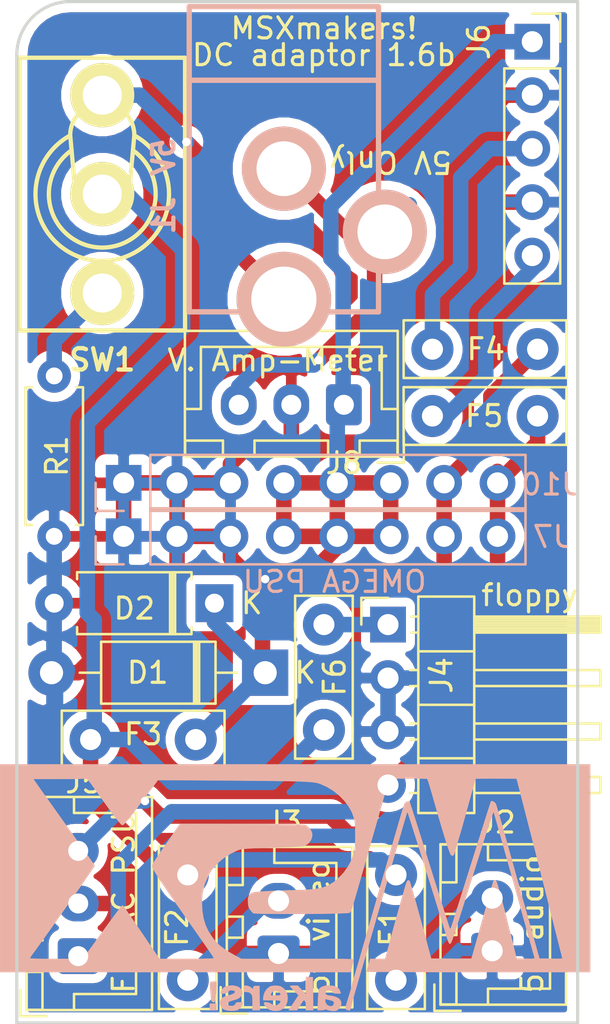
<source format=kicad_pcb>
(kicad_pcb (version 20211014) (generator pcbnew)
  (layers (0 "F.Cu" signal) (31 "B.Cu" signal) (34 "B.Paste" user) (35 "F.Paste" user) (36 "B.SilkS" user "B.Silkscreen") (37 "F.SilkS" user "F.Silkscreen") (38 "B.Mask" user) (39 "F.Mask" user) (44 "Edge.Cuts" user))
  (net 0 "")
  (net 1 "VCC")
  (net 2 "GND")
  (net 3 "Net-(F1-Pad2)")
  (net 4 "Net-(F1-Pad1)")
  (net 5 "Net-(F2-Pad1)")
  (net 6 "Net-(J1-Pad1)")
  (net 7 "VDD")
  (net 8 "VSS")
  (net 9 "Net-(R1-Pad1)")
  (net 10 "Net-(F4-Pad2)")
  (net 11 "Net-(F5-Pad2)")
  (net 12 "Net-(F6-Pad1)")
  (net 13 "Net-(J1-Pad2)")
  (footprint "Resistor_THT:R_Axial_DIN0207_L6.3mm_D2.5mm_P7.62mm_Horizontal" (layer "F.Cu") (at 134.239 89.027 -90)
    (fp_text reference "R1" (at 3.81 -0.127 90) (layer "F.SilkS"))
    (fp_text value "150")
    (pad "1" thru_hole circle locked (at 0 0 270) (size 1.6 1.6) (drill 0.8) (layers *.Cu *.Mask) (net 9 "Net-(R1-Pad1)"))
    (pad "2" thru_hole oval locked (at 7.62 0 270) (size 1.6 1.6) (drill 0.8) (layers *.Cu *.Mask) (net 2 "GND"))
  )
  (footprint "Connector_PinSocket_2.54mm:PinSocket_1x05_P2.54mm_Vertical" (layer "F.Cu") (at 156.972 73.152)
    (fp_text reference "J6" (at -2.54 0 90) (layer "F.SilkS"))
    (fp_text value "POWER")
    (pad "1" thru_hole rect locked (at 0 0) (size 1.7 1.7) (drill 1) (layers *.Cu *.Mask) (net 1 "VCC"))
    (pad "2" thru_hole oval locked (at 0 2.54) (size 1.7 1.7) (drill 1) (layers *.Cu *.Mask) (net 2 "GND"))
    (pad "3" thru_hole oval locked (at 0 5.08) (size 1.7 1.7) (drill 1) (layers *.Cu *.Mask) (net 10 "Net-(F4-Pad2)"))
    (pad "4" thru_hole oval locked (at 0 7.62) (size 1.7 1.7) (drill 1) (layers *.Cu *.Mask) (net 2 "GND"))
    (pad "5" thru_hole oval locked (at 0 10.16) (size 1.7 1.7) (drill 1) (layers *.Cu *.Mask) (net 11 "Net-(F5-Pad2)"))
  )
  (footprint "Capacitor_THT:C_Disc_D7.5mm_W2.5mm_P5.00mm" (layer "F.Cu") (at 157.226 90.932 180)
    (fp_text reference "F5" (at 2.54 0) (layer "F.SilkS"))
    (fp_text value "100mA")
    (pad "1" thru_hole circle locked (at 0 0 180) (size 2 2) (drill 1) (layers *.Cu *.Mask) (net 8 "VSS"))
    (pad "2" thru_hole circle locked (at 5 0 180) (size 2 2) (drill 1) (layers *.Cu *.Mask) (net 11 "Net-(F5-Pad2)"))
  )
  (footprint "Capacitor_THT:C_Disc_D7.5mm_W2.5mm_P5.00mm" (layer "F.Cu") (at 157.226 87.757 180)
    (fp_text reference "F4" (at 2.46 0) (layer "F.SilkS"))
    (fp_text value "100mA")
    (pad "1" thru_hole circle locked (at 0 0 180) (size 2 2) (drill 1) (layers *.Cu *.Mask) (net 7 "VDD"))
    (pad "2" thru_hole circle locked (at 5 0 180) (size 2 2) (drill 1) (layers *.Cu *.Mask) (net 10 "Net-(F4-Pad2)"))
  )
  (footprint "MSXMakers:SWITCH_SPDT" (layer "F.Cu") (at 136.525 80.391 180)
    (fp_text reference "SW1" (at 0 -7.874) (layer "F.SilkS") (effects (font (size 1.016 1.016) (thickness 0.2032))))
    (fp_text value "POWER SWITCH" hide)
    (pad "1" thru_hole circle locked (at 0 4.699 180) (size 3.048 3.048) (drill 1.8542) (layers *.Cu *.Mask "F.SilkS") (net 6 "Net-(J1-Pad1)"))
    (pad "2" thru_hole circle locked (at 0 0 180) (size 3.048 3.048) (drill 1.8542) (layers *.Cu *.Mask "F.SilkS") (net 3 "Net-(F1-Pad2)"))
    (pad "3" thru_hole circle locked (at 0 -4.699 180) (size 3.048 3.048) (drill 1.8542) (layers *.Cu *.Mask "F.SilkS") (net 9 "Net-(R1-Pad1)"))
  )
  (footprint "Capacitor_THT:C_Disc_D7.5mm_W2.5mm_P5.00mm" (layer "F.Cu") (at 140.589 117.729 90)
    (fp_text reference "F2" (at 2.5 -0.508 90) (layer "F.SilkS"))
    (fp_text value "1,5A")
    (pad "1" thru_hole circle locked (at 0 0 90) (size 2 2) (drill 1) (layers *.Cu *.Mask) (net 5 "Net-(F2-Pad1)"))
    (pad "2" thru_hole circle locked (at 5 0 90) (size 2 2) (drill 1) (layers *.Cu *.Mask) (net 3 "Net-(F1-Pad2)"))
  )
  (footprint "Connector_JST:JST_XH_B3B-XH-A_1x03_P2.50mm_Vertical" (layer "F.Cu") (at 135.382 116.586 90)
    (fp_text reference "J5" (at 8.255 0.254 180) (layer "F.SilkS"))
    (fp_text value "FMPAC PSU" (at 2.54 2.159 90) (layer "F.SilkS"))
    (pad "1" thru_hole roundrect locked (at 0 0 90) (size 1.7 1.95) (drill 0.95) (layers *.Cu *.Mask) (roundrect_rratio 0.1470588235) (net 7 "VDD"))
    (pad "2" thru_hole oval locked (at 2.5 0 90) (size 1.7 1.95) (drill 0.95) (layers *.Cu *.Mask) (net 2 "GND"))
    (pad "3" thru_hole oval locked (at 5 0 90) (size 1.7 1.95) (drill 0.95) (layers *.Cu *.Mask) (net 8 "VSS"))
  )
  (footprint "Connector_JST:JST_XH_B2B-XH-A_1x02_P2.50mm_Vertical" (layer "F.Cu") (at 144.907 116.459 90)
    (fp_text reference "J3" (at 6.223 0.254 180) (layer "F.SilkS"))
    (fp_text value "5v video" (at 1.25 1.905 90) (layer "F.SilkS"))
    (pad "1" thru_hole roundrect locked (at 0 0 90) (size 1.7 2) (drill 1) (layers *.Cu *.Mask) (roundrect_rratio 0.1470588235) (net 2 "GND"))
    (pad "2" thru_hole oval locked (at 2.5 0 90) (size 1.7 2) (drill 1) (layers *.Cu *.Mask) (net 5 "Net-(F2-Pad1)"))
  )
  (footprint "Capacitor_THT:C_Disc_D7.5mm_W2.5mm_P5.00mm" (layer "F.Cu") (at 150.495 117.729 90)
    (fp_text reference "F1" (at 2.5 -0.254 90) (layer "F.SilkS"))
    (fp_text value "1,5A")
    (pad "1" thru_hole circle locked (at 0 0 90) (size 2 2) (drill 1) (layers *.Cu *.Mask) (net 4 "Net-(F1-Pad1)"))
    (pad "2" thru_hole circle locked (at 5 0 90) (size 2 2) (drill 1) (layers *.Cu *.Mask) (net 3 "Net-(F1-Pad2)"))
  )
  (footprint "Connector_PinHeader_2.54mm:PinHeader_1x04_P2.54mm_Horizontal" (layer "F.Cu") (at 150.114 100.838)
    (fp_text reference "J4" (at 2.54 2.413 90) (layer "F.SilkS"))
    (fp_text value "floppy" (at 6.731 -1.397 180) (layer "F.SilkS"))
    (pad "1" thru_hole rect locked (at 0 0) (size 1.7 1.7) (drill 1) (layers *.Cu *.Mask) (net 12 "Net-(F6-Pad1)"))
    (pad "2" thru_hole oval locked (at 0 2.54) (size 1.7 1.7) (drill 1) (layers *.Cu *.Mask) (net 2 "GND"))
    (pad "3" thru_hole oval locked (at 0 5.08) (size 1.7 1.7) (drill 1) (layers *.Cu *.Mask) (net 2 "GND"))
    (pad "4" thru_hole oval locked (at 0 7.62) (size 1.7 1.7) (drill 1) (layers *.Cu *.Mask) (net 7 "VDD"))
  )
  (footprint "Connector_JST:JST_XH_B2B-XH-A_1x02_P2.50mm_Vertical" (layer "F.Cu") (at 155.067 116.332 90)
    (fp_text reference "J2" (at 6.096 0.254 180) (layer "F.SilkS"))
    (fp_text value "5v audio" (at 1.27 1.905 90) (layer "F.SilkS"))
    (pad "1" thru_hole roundrect locked (at 0 0 90) (size 1.7 2) (drill 1) (layers *.Cu *.Mask) (roundrect_rratio 0.1470588235) (net 2 "GND"))
    (pad "2" thru_hole oval locked (at 2.5 0 90) (size 1.7 2) (drill 1) (layers *.Cu *.Mask) (net 4 "Net-(F1-Pad1)"))
  )
  (footprint "Diode_THT:D_A-405_P7.62mm_Horizontal" (layer "F.Cu") (at 141.859 99.822 180)
    (fp_text reference "D2" (at 3.81 -0.254) (layer "F.SilkS"))
    (fp_text value "5.6V")
    (fp_text user "K" (at -1.778 0) (layer "F.SilkS"))
    (pad "1" thru_hole rect locked (at 0 0 180) (size 1.8 1.8) (drill 0.9) (layers *.Cu *.Mask) (net 1 "VCC"))
    (pad "2" thru_hole oval locked (at 7.62 0 180) (size 1.8 1.8) (drill 0.9) (layers *.Cu *.Mask) (net 2 "GND"))
  )
  (footprint "Diode_THT:D_DO-41_SOD81_P10.16mm_Horizontal" (layer "F.Cu") (at 144.272 103.124 180)
    (fp_text reference "D1" (at 5.588 0) (layer "F.SilkS"))
    (fp_text value "1N4007")
    (fp_text user "K" (at -1.905 0) (layer "F.SilkS"))
    (pad "1" thru_hole rect locked (at 0 0 180) (size 2.2 2.2) (drill 1.1) (layers *.Cu *.Mask) (net 1 "VCC"))
    (pad "2" thru_hole oval locked (at 10.16 0 180) (size 2.2 2.2) (drill 1.1) (layers *.Cu *.Mask) (net 2 "GND"))
  )
  (footprint "Connector_JST:JST_XH_B3B-XH-A_1x03_P2.50mm_Vertical" (layer "F.Cu") (at 148.0147 90.3986 180)
    (fp_text reference "J8" (at 0 -2.77) (layer "F.SilkS"))
    (fp_text value "V. Amp-Meter" (at 3.1458 2.1082) (layer "F.SilkS"))
    (pad "1" thru_hole roundrect locked (at 0 0 180) (size 1.7 1.95) (drill 0.95) (layers *.Cu *.Mask) (roundrect_rratio 0.1470588235) (net 1 "VCC"))
    (pad "2" thru_hole oval locked (at 2.5 0 180) (size 1.7 1.95) (drill 0.95) (layers *.Cu *.Mask) (net 2 "GND"))
    (pad "3" thru_hole oval locked (at 5 0 180) (size 1.7 1.95) (drill 0.95) (layers *.Cu *.Mask) (net 13 "Net-(J1-Pad2)"))
  )
  (footprint "Capacitor_THT:C_Disc_D7.5mm_W2.5mm_P5.00mm" (layer "F.Cu") (at 140.97 106.299 180)
    (fp_text reference "F3" (at 2.5 0.254) (layer "F.SilkS"))
    (fp_text value "1,5A")
    (pad "1" thru_hole circle locked (at 0 0 180) (size 2 2) (drill 1) (layers *.Cu *.Mask) (net 1 "VCC"))
    (pad "2" thru_hole circle locked (at 5 0 180) (size 2 2) (drill 1) (layers *.Cu *.Mask) (net 3 "Net-(F1-Pad2)"))
  )
  (footprint "Capacitor_THT:C_Disc_D7.5mm_W2.5mm_P5.00mm" (layer "F.Cu") (at 147.066 100.838 -90)
    (fp_text reference "F6" (at 2.5 -0.508 90) (layer "F.SilkS"))
    (fp_text value "1,5A")
    (pad "1" thru_hole circle locked (at 0 0 270) (size 2 2) (drill 1) (layers *.Cu *.Mask) (net 12 "Net-(F6-Pad1)"))
    (pad "2" thru_hole circle locked (at 5 0 270) (size 2 2) (drill 1) (layers *.Cu *.Mask) (net 3 "Net-(F1-Pad2)"))
  )
  (footprint "Connector_PinSocket_2.54mm:PinSocket_1x08_P2.54mm_Vertical" (layer "B.Cu") (at 137.541 96.647 -90)
    (fp_text reference "J7" (at 0.0254 -20.32) (layer "B.SilkS") (effects (justify mirror)))
    (fp_text value "OMEGA POWER SUPPLY")
    (pad "1" thru_hole rect locked (at 0 0 270) (size 1.7 1.7) (drill 1) (layers *.Cu *.Mask) (net 2 "GND"))
    (pad "2" thru_hole oval locked (at 0 -2.54 270) (size 1.7 1.7) (drill 1) (layers *.Cu *.Mask) (net 2 "GND"))
    (pad "3" thru_hole oval locked (at 0 -5.08 270) (size 1.7 1.7) (drill 1) (layers *.Cu *.Mask) (net 2 "GND"))
    (pad "4" thru_hole oval locked (at 0 -7.62 270) (size 1.7 1.7) (drill 1) (layers *.Cu *.Mask) (net 1 "VCC"))
    (pad "5" thru_hole oval locked (at 0 -10.16 270) (size 1.7 1.7) (drill 1) (layers *.Cu *.Mask) (net 1 "VCC"))
    (pad "6" thru_hole oval locked (at 0 -12.7 270) (size 1.7 1.7) (drill 1) (layers *.Cu *.Mask) (net 1 "VCC"))
    (pad "7" thru_hole oval locked (at 0 -15.24 270) (size 1.7 1.7) (drill 1) (layers *.Cu *.Mask) (net 7 "VDD"))
    (pad "8" thru_hole oval locked (at 0 -17.78 270) (size 1.7 1.7) (drill 1) (layers *.Cu *.Mask) (net 8 "VSS"))
  )
  (footprint "Connector_PinSocket_2.54mm:PinSocket_1x08_P2.54mm_Vertical" (layer "B.Cu") (at 137.541 94.107 -90)
    (fp_text reference "J10" (at 0.0762 -20.2438 180) (layer "B.SilkS") (effects (justify mirror)))
    (fp_text value "OMEGA PSU" (at 4.699 -10.033 180) (layer "B.SilkS") (effects (justify mirror)))
    (pad "1" thru_hole rect locked (at 0 0 270) (size 1.7 1.7) (drill 1) (layers *.Cu *.Mask) (net 2 "GND"))
    (pad "2" thru_hole oval locked (at 0 -2.54 270) (size 1.7 1.7) (drill 1) (layers *.Cu *.Mask) (net 2 "GND"))
    (pad "3" thru_hole oval locked (at 0 -5.08 270) (size 1.7 1.7) (drill 1) (layers *.Cu *.Mask) (net 2 "GND"))
    (pad "4" thru_hole oval locked (at 0 -7.62 270) (size 1.7 1.7) (drill 1) (layers *.Cu *.Mask) (net 1 "VCC"))
    (pad "5" thru_hole oval locked (at 0 -10.16 270) (size 1.7 1.7) (drill 1) (layers *.Cu *.Mask) (net 1 "VCC"))
    (pad "6" thru_hole oval locked (at 0 -12.7 270) (size 1.7 1.7) (drill 1) (layers *.Cu *.Mask) (net 1 "VCC"))
    (pad "7" thru_hole oval locked (at 0 -15.24 270) (size 1.7 1.7) (drill 1) (layers *.Cu *.Mask) (net 7 "VDD"))
    (pad "8" thru_hole oval locked (at 0 -17.78 270) (size 1.7 1.7) (drill 1) (layers *.Cu *.Mask) (net 8 "VSS"))
  )
  (footprint "My_Components:Conn_Power_Jack_Circular_Pads" (layer "B.Cu") (at 145.161 79.1845 -90)
    (fp_text reference "J1" (at 2.2225 5.715 90) (layer "B.SilkS") (effects (font (size 1.016 1.016) (thickness 0.2032)) (justify mirror)))
    (fp_text value "5V" (at -0.635 5.715 90) (layer "B.SilkS") (effects (font (size 1.016 0.9144) (thickness 0.2032) italic) (justify mirror)))
    (pad "1" thru_hole circle locked (at 6.20014 0 270) (size 4.5 4.5) (drill 3.1) (layers *.Cu *.Mask "B.SilkS") (net 6 "Net-(J1-Pad1)"))
    (pad "2" thru_hole circle locked (at 0 0 270) (size 4 4) (drill 2.6) (layers *.Cu *.Mask "B.SilkS") (net 13 "Net-(J1-Pad2)"))
    (pad "3" thru_hole circle locked (at 2.99974 -4.8006 270) (size 4 4) (drill 2.6) (layers *.Cu *.Mask "B.SilkS") (net 13 "Net-(J1-Pad2)"))
  )
  (footprint "100pin-QFP_DIP:Logo_MSXmakers_fsilk_29x14" (layer "B.Cu") (at 145.669 113.284 180)
    (fp_text reference "G***" hide)
    (fp_text value "LOGO" hide)
  )
  (gr_line (start 135.001 71.247) (end 159.131 71.247) (layer "Edge.Cuts") (width 0.15))
  (gr_line (start 159.131 119.761) (end 132.461 119.761) (layer "Edge.Cuts") (width 0.15))
  (gr_line (start 159.131 71.247) (end 159.131 119.761) (layer "Edge.Cuts") (width 0.15))
  (gr_line (start 132.461 119.761) (end 132.461 73.787) (layer "Edge.Cuts") (width 0.15))
  (gr_arc (start 132.461 73.787) (mid 133.204949 71.990949) (end 135.001 71.247) (layer "Edge.Cuts") (width 0.15))
  (gr_text "5V Only" (at 150.241 78.867 180) (layer "F.SilkS") (effects (font (size 1 1))))
  (gr_text "MSXmakers!" (at 147.066 72.517) (layer "F.SilkS") (effects (font (size 1 1))))
  (gr_text "DC adaptor 1.6b" (at 147.066 73.787) (layer "F.SilkS") (effects (font (size 1 1))))
  (segment (start 144.145 100.711) (end 144.145 102.997) (width 0.7366) (layer "F.Cu") (net 1))
  (segment (start 145.161 96.647) (end 145.161 94.107) (width 0.7366) (layer "F.Cu") (net 1))
  (segment (start 147.701 96.647) (end 145.161 96.647) (width 0.7366) (layer "F.Cu") (net 1))
  (segment (start 147.701 96.647) (end 147.701 97.155) (width 0.7366) (layer "F.Cu") (net 1))
  (segment (start 147.701 96.647) (end 147.701 94.107) (width 0.7366) (layer "F.Cu") (net 1))
  (segment (start 144.145 102.997) (end 144.272 103.124) (width 0.7366) (layer "F.Cu") (net 1))
  (segment (start 145.161 94.107) (end 147.701 94.107) (width 0.7366) (layer "F.Cu") (net 1))
  (segment (start 147.701 94.107) (end 150.241 94.107) (width 0.7366) (layer "F.Cu") (net 1))
  (segment (start 150.241 96.647) (end 147.701 96.647) (width 0.7366) (layer "F.Cu") (net 1))
  (segment (start 150.241 94.107) (end 150.241 96.647) (width 0.7366) (layer "F.Cu") (net 1))
  (segment (start 147.701 97.155) (end 144.145 100.711) (width 0.7366) (layer "F.Cu") (net 1))
  (segment (start 144.145 103.124) (end 140.97 106.299) (width 0.7366) (layer "B.Cu") (net 1))
  (segment (start 144.272 103.124) (end 144.145 103.124) (width 0.7366) (layer "B.Cu") (net 1))
  (segment (start 147.701 94.107) (end 147.701 90.7123) (width 0.7366) (layer "B.Cu") (net 1))
  (segment (start 147.393299 80.951455) (end 147.393299 83.445853) (width 0.7366) (layer "B.Cu") (net 1))
  (segment (start 156.972 73.152) (end 155.192754 73.152) (width 0.7366) (layer "B.Cu") (net 1))
  (segment (start 147.979301 90.363201) (end 148.0147 90.3986) (width 0.7366) (layer "B.Cu") (net 1))
  (segment (start 152.443827 75.900927) (end 147.393299 80.951455) (width 0.7366) (layer "B.Cu") (net 1))
  (segment (start 141.859 99.822) (end 141.859 100.711) (width 0.7366) (layer "B.Cu") (net 1))
  (segment (start 155.192754 73.152) (end 152.443827 75.900927) (width 0.7366) (layer "B.Cu") (net 1))
  (segment (start 141.859 100.711) (end 144.272 103.124) (width 0.7366) (layer "B.Cu") (net 1))
  (segment (start 147.979301 84.031855) (end 147.979301 90.363201) (width 0.7366) (layer "B.Cu") (net 1))
  (segment (start 147.701 90.7123) (end 148.0147 90.3986) (width 0.7366) (layer "B.Cu") (net 1))
  (segment (start 144.653 103.124) (end 144.145 103.124) (width 0.7366) (layer "B.Cu") (net 1))
  (segment (start 147.393299 83.445853) (end 147.979301 84.031855) (width 0.7366) (layer "B.Cu") (net 1))
  (segment (start 151.511 115.316) (end 152.527 116.332) (width 0.7366) (layer "F.Cu") (net 2))
  (segment (start 152.527 116.332) (end 155.067 116.332) (width 0.7366) (layer "F.Cu") (net 2))
  (segment (start 147.828 116.459) (end 148.971 115.316) (width 0.7366) (layer "F.Cu") (net 2))
  (segment (start 144.907 116.459) (end 147.828 116.459) (width 0.7366) (layer "F.Cu") (net 2))
  (segment (start 139.446 115.316) (end 140.716 115.316) (width 0.7366) (layer "F.Cu") (net 2))
  (segment (start 141.351 115.316) (end 142.494 116.459) (width 0.7366) (layer "F.Cu") (net 2))
  (segment (start 150.241 115.316) (end 151.511 115.316) (width 0.7366) (layer "F.Cu") (net 2))
  (segment (start 148.971 115.316) (end 150.241 115.316) (width 0.7366) (layer "F.Cu") (net 2))
  (segment (start 140.716 115.316) (end 141.351 115.316) (width 0.7366) (layer "F.Cu") (net 2))
  (segment (start 135.382 114.086) (end 138.216 114.086) (width 0.7366) (layer "F.Cu") (net 2))
  (segment (start 138.216 114.086) (end 139.446 115.316) (width 0.7366) (layer "F.Cu") (net 2))
  (segment (start 142.494 116.459) (end 144.907 116.459) (width 0.7366) (layer "F.Cu") (net 2))
  (segment (start 153.543 77.851) (end 155.702 75.692) (width 0.7366) (layer "F.Cu") (net 2))
  (segment (start 149.6314 91.6051) (end 148.9202 92.3163) (width 0.7366) (layer "F.Cu") (net 2))
  (segment (start 148.9202 92.3163) (end 145.8468 92.3163) (width 0.7366) (layer "F.Cu") (net 2))
  (segment (start 142.621 93.2053) (end 143.4211 92.4052) (width 0.7366) (layer "F.Cu") (net 2))
  (segment (start 142.621 94.107) (end 142.621 93.2053) (width 0.7366) (layer "F.Cu") (net 2))
  (segment (start 143.637 98.679) (end 142.621 97.663) (width 0.7366) (layer "F.Cu") (net 2))
  (segment (start 149.6314 87.024122) (end 149.6314 91.6051) (width 0.7366) (layer "F.Cu") (net 2))
  (segment (start 153.67 80.772) (end 153.543 80.645) (width 0.7366) (layer "F.Cu") (net 2))
  (segment (start 140.081 96.647) (end 142.621 96.647) (width 0.7366) (layer "F.Cu") (net 2))
  (segment (start 153.543 80.645) (end 153.543 77.851) (width 0.7366) (layer "F.Cu") (net 2))
  (segment (start 144.272 98.679) (end 143.637 98.679) (width 0.7366) (layer "F.Cu") (net 2))
  (segment (start 134.112 103.124) (end 135.382 103.124) (width 0.7366) (layer "F.Cu") (net 2))
  (segment (start 149.919011 86.736511) (end 149.6314 87.024122) (width 0.7366) (layer "F.Cu") (net 2))
  (segment (start 137.541 94.107) (end 140.081 94.107) (width 0.7366) (layer "F.Cu") (net 2))
  (segment (start 153.543 83.185) (end 149.919011 86.736511) (width 0.7366) (layer "F.Cu") (net 2))
  (segment (start 155.702 75.692) (end 157.226 75.692) (width 0.7366) (layer "F.Cu") (net 2))
  (segment (start 153.543 80.645) (end 153.543 83.185) (width 0.7366) (layer "F.Cu") (net 2))
  (segment (start 140.081 94.107) (end 142.621 94.107) (width 0.7366) (layer "F.Cu") (net 2))
  (segment (start 135.382 103.124) (end 140.081 98.425) (width 0.7366) (layer "F.Cu") (net 2))
  (segment (start 145.5147 91.9842) (end 145.5147 90.3986) (width 0.7366) (layer "F.Cu") (net 2))
  (segment (start 145.8468 92.3163) (end 145.5147 91.9842) (width 0.7366) (layer "F.Cu") (net 2))
  (segment (start 143.4211 92.4052) (end 145.0937 92.4052) (width 0.7366) (layer "F.Cu") (net 2))
  (segment (start 142.621 97.663) (end 142.621 96.647) (width 0.7366) (layer "F.Cu") (net 2))
  (segment (start 140.081 98.425) (end 140.081 96.647) (width 0.7366) (layer "F.Cu") (net 2))
  (segment (start 157.226 80.772) (end 153.67 80.772) (width 0.7366) (layer "F.Cu") (net 2))
  (segment (start 140.081 96.647) (end 140.081 94.107) (width 0.7366) (layer "F.Cu") (net 2))
  (segment (start 145.0937 92.4052) (end 145.5147 91.9842) (width 0.7366) (layer "F.Cu") (net 2))
  (segment (start 137.541 94.107) (end 137.541 96.647) (width 0.7366) (layer "F.Cu") (net 2))
  (via (at 144.272 98.679) (size 0.6) (drill 0.4) (layers "F.Cu" "B.Cu") (net 2))
  (segment (start 134.239 102.362) (end 134.493 102.616) (width 0.7366) (layer "B.Cu") (net 2))
  (segment (start 133.771 114.086) (end 133.223 113.538) (width 0.7366) (layer "B.Cu") (net 2))
  (segment (start 133.223 113.538) (end 133.223 110.236) (width 0.7366) (layer "B.Cu") (net 2))
  (segment (start 134.239 96.647) (end 134.239 99.568) (width 0.7366) (layer "B.Cu") (net 2))
  (segment (start 151.511 103.378) (end 150.114 103.378) (width 0.7366) (layer "B.Cu") (net 2))
  (segment (start 150.114 103.378) (end 150.114 105.918) (width 0.7366) (layer "B.Cu") (net 2))
  (segment (start 134.3025 103.3145) (end 134.493 103.124) (width 0.7366) (layer "B.Cu") (net 2))
  (segment (start 151.765 99.568) (end 151.765 103.124) (width 0.7366) (layer "B.Cu") (net 2))
  (segment (start 134.874 102.997) (end 134.493 102.616) (width 0.7366) (layer "B.Cu") (net 2))
  (segment (start 134.239 99.568) (end 134.239 102.362) (width 0.7366) (layer "B.Cu") (net 2))
  (segment (start 133.223 110.236) (end 134.3025 109.1565) (width 0.7366) (layer "B.Cu") (net 2))
  (segment (start 142.621 96.901) (end 142.621 96.647) (width 0.7366) (layer "B.Cu") (net 2))
  (segment (start 144.272 98.679) (end 150.876 98.679) (width 0.7366) (layer "B.Cu") (net 2))
  (segment (start 150.876 98.679) (end 151.765 99.568) (width 0.7366) (layer "B.Cu") (net 2))
  (segment (start 151.765 103.124) (end 151.511 103.378) (width 0.7366) (layer "B.Cu") (net 2))
  (segment (start 134.3025 109.1565) (end 134.3025 103.3145) (width 0.7366) (layer "B.Cu") (net 2))
  (segment (start 135.382 114.086) (end 133.771 114.086) (width 0.7366) (layer "B.Cu") (net 2))
  (segment (start 135.97 106.299) (end 135.97 109.0968) (width 0.7366) (layer "F.Cu") (net 3))
  (segment (start 135.97 109.0968) (end 139.6022 112.729) (width 0.7366) (layer "F.Cu") (net 3))
  (segment (start 139.6022 112.729) (end 140.589 112.729) (width 0.7366) (layer "F.Cu") (net 3))
  (segment (start 140.589 112.729) (end 141.304 112.014) (width 0.7366) (layer "B.Cu") (net 3))
  (segment (start 141.304 112.014) (end 149.78 112.014) (width 0.7366) (layer "B.Cu") (net 3))
  (segment (start 149.78 112.014) (end 150.495 112.729) (width 0.7366) (layer "B.Cu") (net 3))
  (segment (start 139.7 87.376) (end 135.810611 91.265389) (width 0.7366) (layer "B.Cu") (net 3))
  (segment (start 135.810611 91.265389) (end 135.810611 100.282389) (width 0.7366) (layer "B.Cu") (net 3))
  (segment (start 136.144 106.125) (end 135.97 106.299) (width 0.7366) (layer "B.Cu") (net 3))
  (segment (start 140.3477 86.7537) (end 139.7254 87.376) (width 0.7366) (layer "B.Cu") (net 3))
  (segment (start 147.066 105.838) (end 144.573 108.331) (width 0.7366) (layer "B.Cu") (net 3))
  (segment (start 144.573 108.331) (end 139.827 108.331) (width 0.7366) (layer "B.Cu") (net 3))
  (segment (start 136.525 80.391) (end 137.7061 80.391) (width 0.7366) (layer "B.Cu") (net 3))
  (segment (start 135.810611 100.282389) (end 136.144 100.615778) (width 0.7366) (layer "B.Cu") (net 3))
  (segment (start 139.7254 87.376) (end 139.7 87.376) (width 0.7366) (layer "B.Cu") (net 3))
  (segment (start 137.795 106.299) (end 135.97 106.299) (width 0.7366) (layer "B.Cu") (net 3))
  (segment (start 140.3477 83.0326) (end 140.3477 86.7537) (width 0.7366) (layer "B.Cu") (net 3))
  (segment (start 139.827 108.331) (end 137.795 106.299) (width 0.7366) (layer "B.Cu") (net 3))
  (segment (start 136.144 100.615778) (end 136.144 106.125) (width 0.7366) (layer "B.Cu") (net 3))
  (segment (start 137.7061 80.391) (end 140.3477 83.0326) (width 0.7366) (layer "B.Cu") (net 3))
  (segment (start 154.392 113.832) (end 155.067 113.832) (width 0.7366) (layer "B.Cu") (net 4))
  (segment (start 150.495 117.729) (end 154.392 113.832) (width 0.7366) (layer "B.Cu") (net 4))
  (segment (start 140.589 117.729) (end 144.359 113.959) (width 0.7366) (layer "B.Cu") (net 5))
  (segment (start 144.359 113.959) (end 144.907 113.959) (width 0.7366) (layer "B.Cu") (net 5))
  (segment (start 140.5255 77.9145) (end 141.224 78.613) (width 0.7366) (layer "F.Cu") (net 6))
  (segment (start 141.224 78.613) (end 141.224 81.44764) (width 0.7366) (layer "F.Cu") (net 6))
  (segment (start 141.224 81.44764) (end 145.161 85.38464) (width 0.7366) (layer "F.Cu") (net 6))
  (via (at 140.5255 77.9145) (size 0.6) (drill 0.4) (layers "F.Cu" "B.Cu") (net 6))
  (segment (start 140.5255 77.9145) (end 138.303 75.692) (width 0.7366) (layer "B.Cu") (net 6))
  (segment (start 138.303 75.692) (end 136.525 75.692) (width 0.7366) (layer "B.Cu") (net 6))
  (segment (start 155.0035 91.8845) (end 154.686 92.202) (width 0.7366) (layer "F.Cu") (net 7))
  (segment (start 155.0035 89.9795) (end 157.226 87.757) (width 0.7366) (layer "F.Cu") (net 7))
  (segment (start 152.781 94.107) (end 154.686 92.202) (width 0.7366) (layer "F.Cu") (net 7))
  (segment (start 152.781 94.107) (end 152.781 94.869) (width 0.7366) (layer "F.Cu") (net 7))
  (segment (start 152.781 94.107) (end 152.781 96.647) (width 0.7366) (layer "F.Cu") (net 7))
  (segment (start 155.0035 89.9795) (end 155.0035 91.8845) (width 0.7366) (layer "F.Cu") (net 7))
  (segment (start 152.781 105.791) (end 152.781 96.647) (width 0.7366) (layer "F.Cu") (net 7))
  (segment (start 150.114 108.458) (end 152.781 105.791) (width 0.7366) (layer "F.Cu") (net 7))
  (segment (start 150.114 108.458) (end 148.844 109.728) (width 0.7366) (layer "B.Cu") (net 7))
  (segment (start 139.827 109.728) (end 137.287 112.268) (width 0.7366) (layer "B.Cu") (net 7))
  (segment (start 137.287 112.268) (end 137.287 115.443) (width 0.7366) (layer "B.Cu") (net 7))
  (segment (start 136.144 116.586) (end 135.382 116.586) (width 0.7366) (layer "B.Cu") (net 7))
  (segment (start 137.287 115.443) (end 136.144 116.586) (width 0.7366) (layer "B.Cu") (net 7))
  (segment (start 148.844 109.728) (end 139.827 109.728) (width 0.7366) (layer "B.Cu") (net 7))
  (segment (start 152.6032 110.7948) (end 155.321 108.077) (width 0.7366) (layer "F.Cu") (net 8))
  (segment (start 155.321 94.107) (end 155.321 93.5609) (width 0.7366) (layer "F.Cu") (net 8))
  (segment (start 138.557 109.22) (end 139.2682 109.9312) (width 0.7366) (layer "F.Cu") (net 8))
  (segment (start 148.2344 110.7948) (end 152.6032 110.7948) (width 0.7366) (layer "F.Cu") (net 8))
  (segment (start 155.321 108.077) (end 155.321 96.647) (width 0.7366) (layer "F.Cu") (net 8))
  (segment (start 157.226 92.202) (end 155.321 94.107) (width 0.7366) (layer "F.Cu") (net 8))
  (segment (start 155.321 96.647) (end 155.321 94.107) (width 0.7366) (layer "F.Cu") (net 8))
  (segment (start 147.3708 109.9312) (end 148.2344 110.7948) (width 0.7366) (layer "F.Cu") (net 8))
  (segment (start 139.2682 109.9312) (end 147.3708 109.9312) (width 0.7366) (layer "F.Cu") (net 8))
  (segment (start 157.226 90.932) (end 157.226 92.202) (width 0.7366) (layer "F.Cu") (net 8))
  (via (at 138.557 109.22) (size 0.6) (drill 0.4) (layers "F.Cu" "B.Cu") (net 8))
  (segment (start 137.748 109.22) (end 135.382 111.586) (width 0.7366) (layer "B.Cu") (net 8))
  (segment (start 138.557 109.22) (end 137.748 109.22) (width 0.7366) (layer "B.Cu") (net 8))
  (segment (start 134.239 87.376) (end 136.525 85.09) (width 0.7366) (layer "B.Cu") (net 9))
  (segment (start 134.239 89.027) (end 134.239 87.376) (width 0.7366) (layer "B.Cu") (net 9))
  (segment (start 154.94 78.232) (end 157.226 78.232) (width 0.7366) (layer "B.Cu") (net 10))
  (segment (start 153.5684 79.6036) (end 154.94 78.232) (width 0.7366) (layer "B.Cu") (net 10))
  (segment (start 153.5684 83.8327) (end 153.5684 79.6036) (width 0.7366) (layer "B.Cu") (net 10))
  (segment (start 152.226 87.757) (end 152.226 85.1751) (width 0.7366) (layer "B.Cu") (net 10))
  (segment (start 152.226 85.1751) (end 153.5684 83.8327) (width 0.7366) (layer "B.Cu") (net 10))
  (segment (start 154.7622 89.0778) (end 154.7622 86.1568) (width 0.7366) (layer "B.Cu") (net 11))
  (segment (start 154.7622 86.1568) (end 157.226 83.693) (width 0.7366) (layer "B.Cu") (net 11))
  (segment (start 157.226 83.693) (end 157.226 83.312) (width 0.7366) (layer "B.Cu") (net 11))
  (segment (start 152.908 90.932) (end 154.7622 89.0778) (width 0.7366) (layer "B.Cu") (net 11))
  (segment (start 152.226 90.932) (end 152.908 90.932) (width 0.7366) (layer "B.Cu") (net 11))
  (segment (start 149.352 100.838) (end 147.066 100.838) (width 0.7366) (layer "B.Cu") (net 12))
  (segment (start 149.474567 82.671273) (end 149.9616 82.18424) (width 0.7366) (layer "F.Cu") (net 13))
  (segment (start 148.16074 82.18424) (end 145.161 79.1845) (width 0.7366) (layer "F.Cu") (net 13))
  (segment (start 149.474567 85.682467) (end 149.474567 82.671273) (width 0.7366) (layer "F.Cu") (net 13))
  (segment (start 146.812 88.2777) (end 149.474567 85.682467) (width 0.7366) (layer "F.Cu") (net 13))
  (segment (start 149.9616 82.18424) (end 148.16074 82.18424) (width 0.7366) (layer "F.Cu") (net 13))
  (via (at 146.812 88.2777) (size 0.6) (drill 0.4) (layers "F.Cu" "B.Cu") (net 13))
  (segment (start 144.0434 88.5063) (end 146.5834 88.5063) (width 0.7366) (layer "B.Cu") (net 13))
  (segment (start 143.0147 89.535) (end 144.0434 88.5063) (width 0.7366) (layer "B.Cu") (net 13))
  (segment (start 149.9616 82.18424) (end 149.9616 82.0674) (width 0.7366) (layer "B.Cu") (net 13))
  (segment (start 143.0147 90.3986) (end 143.0147 89.535) (width 0.7366) (layer "B.Cu") (net 13))
  (segment (start 149.9616 82.0674) (end 151.13 80.899) (width 0.7366) (layer "B.Cu") (net 13))
  (segment (start 146.5834 88.5063) (end 146.812 88.2777) (width 0.7366) (layer "B.Cu") (net 13))
  (zone (net 2) (net_name "GND") (layer "F.Cu") (connect_pads (clearance 0.4318)) (min_thickness 0.254) (fill yes (thermal_gap 0.508) (thermal_bridge_width 0.508))
    (polygon (pts (xy 159.131 119.761) (xy 132.461 119.761) (xy 132.461 73.279) (xy 134.62 71.247) (xy 159.131 71.247)))
  )
  (zone (net 2) (net_name "GND") (layer "B.Cu") (connect_pads (clearance 0.4318)) (min_thickness 0.254) (fill yes (thermal_gap 0.508) (thermal_bridge_width 0.508))
    (polygon (pts (xy 159.131 119.761) (xy 132.461 119.761) (xy 132.461 71.247) (xy 159.131 71.247)))
  )
)
</source>
